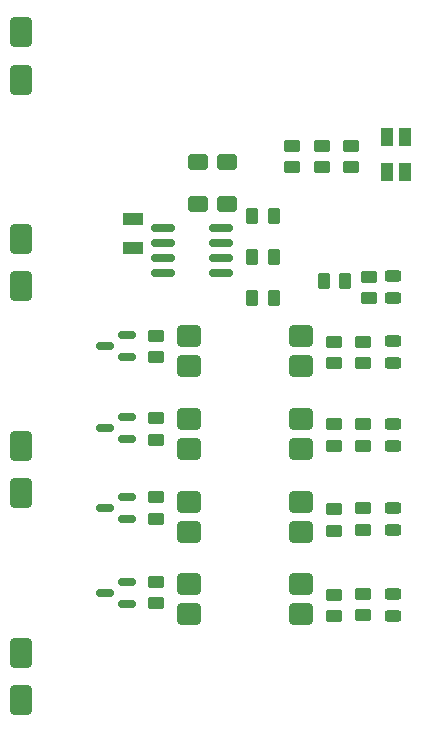
<source format=gbr>
%TF.GenerationSoftware,KiCad,Pcbnew,9.0.1*%
%TF.CreationDate,2025-06-21T17:37:17+02:00*%
%TF.ProjectId,PicoLogger,5069636f-4c6f-4676-9765-722e6b696361,rev?*%
%TF.SameCoordinates,Original*%
%TF.FileFunction,Paste,Top*%
%TF.FilePolarity,Positive*%
%FSLAX46Y46*%
G04 Gerber Fmt 4.6, Leading zero omitted, Abs format (unit mm)*
G04 Created by KiCad (PCBNEW 9.0.1) date 2025-06-21 17:37:17*
%MOMM*%
%LPD*%
G01*
G04 APERTURE LIST*
G04 Aperture macros list*
%AMRoundRect*
0 Rectangle with rounded corners*
0 $1 Rounding radius*
0 $2 $3 $4 $5 $6 $7 $8 $9 X,Y pos of 4 corners*
0 Add a 4 corners polygon primitive as box body*
4,1,4,$2,$3,$4,$5,$6,$7,$8,$9,$2,$3,0*
0 Add four circle primitives for the rounded corners*
1,1,$1+$1,$2,$3*
1,1,$1+$1,$4,$5*
1,1,$1+$1,$6,$7*
1,1,$1+$1,$8,$9*
0 Add four rect primitives between the rounded corners*
20,1,$1+$1,$2,$3,$4,$5,0*
20,1,$1+$1,$4,$5,$6,$7,0*
20,1,$1+$1,$6,$7,$8,$9,0*
20,1,$1+$1,$8,$9,$2,$3,0*%
G04 Aperture macros list end*
%ADD10RoundRect,0.250000X0.262500X0.450000X-0.262500X0.450000X-0.262500X-0.450000X0.262500X-0.450000X0*%
%ADD11R,1.100000X1.500000*%
%ADD12RoundRect,0.250000X-0.450000X0.262500X-0.450000X-0.262500X0.450000X-0.262500X0.450000X0.262500X0*%
%ADD13RoundRect,0.250000X0.600000X-0.400000X0.600000X0.400000X-0.600000X0.400000X-0.600000X-0.400000X0*%
%ADD14RoundRect,0.250000X0.450000X-0.262500X0.450000X0.262500X-0.450000X0.262500X-0.450000X-0.262500X0*%
%ADD15RoundRect,0.243750X-0.456250X0.243750X-0.456250X-0.243750X0.456250X-0.243750X0.456250X0.243750X0*%
%ADD16RoundRect,0.250000X-0.262500X-0.450000X0.262500X-0.450000X0.262500X0.450000X-0.262500X0.450000X0*%
%ADD17RoundRect,0.250000X-0.650000X1.000000X-0.650000X-1.000000X0.650000X-1.000000X0.650000X1.000000X0*%
%ADD18RoundRect,0.249999X0.750001X0.640001X-0.750001X0.640001X-0.750001X-0.640001X0.750001X-0.640001X0*%
%ADD19RoundRect,0.150000X-0.825000X-0.150000X0.825000X-0.150000X0.825000X0.150000X-0.825000X0.150000X0*%
%ADD20RoundRect,0.150000X0.587500X0.150000X-0.587500X0.150000X-0.587500X-0.150000X0.587500X-0.150000X0*%
%ADD21R,1.800000X1.000000*%
%ADD22RoundRect,0.243750X0.456250X-0.243750X0.456250X0.243750X-0.456250X0.243750X-0.456250X-0.243750X0*%
G04 APERTURE END LIST*
D10*
%TO.C,R18*%
X155912500Y-72500000D03*
X154087500Y-72500000D03*
%TD*%
D11*
%TO.C,D5*%
X167000000Y-65825000D03*
X167000000Y-68825000D03*
X165500000Y-68825000D03*
X165500000Y-65825000D03*
%TD*%
D12*
%TO.C,R7*%
X162500000Y-66587500D03*
X162500000Y-68412500D03*
%TD*%
D13*
%TO.C,D10*%
X149500000Y-71500000D03*
X149500000Y-68000000D03*
%TD*%
D14*
%TO.C,R1*%
X163500000Y-85000000D03*
X163500000Y-83175000D03*
%TD*%
D15*
%TO.C,D3*%
X166000000Y-97270000D03*
X166000000Y-99145000D03*
%TD*%
D12*
%TO.C,R5*%
X157500000Y-66587500D03*
X157500000Y-68412500D03*
%TD*%
D16*
%TO.C,R19*%
X160175000Y-78000000D03*
X162000000Y-78000000D03*
%TD*%
D17*
%TO.C,D9*%
X134500000Y-109500000D03*
X134500000Y-113500000D03*
%TD*%
D14*
%TO.C,R15*%
X146000000Y-105325000D03*
X146000000Y-103500000D03*
%TD*%
%TO.C,R11*%
X161000000Y-106412500D03*
X161000000Y-104587500D03*
%TD*%
D18*
%TO.C,U3*%
X158265000Y-99270000D03*
X158265000Y-96730000D03*
X148735000Y-96730000D03*
X148735000Y-99270000D03*
%TD*%
D15*
%TO.C,D2*%
X166000000Y-90125000D03*
X166000000Y-92000000D03*
%TD*%
D14*
%TO.C,R13*%
X146000000Y-91500000D03*
X146000000Y-89675000D03*
%TD*%
D19*
%TO.C,U5*%
X146525000Y-73595000D03*
X146525000Y-74865000D03*
X146525000Y-76135000D03*
X146525000Y-77405000D03*
X151475000Y-77405000D03*
X151475000Y-76135000D03*
X151475000Y-74865000D03*
X151475000Y-73595000D03*
%TD*%
D18*
%TO.C,U2*%
X158265000Y-92270000D03*
X158265000Y-89730000D03*
X148735000Y-89730000D03*
X148735000Y-92270000D03*
%TD*%
D20*
%TO.C,Q1*%
X143500000Y-84500000D03*
X143500000Y-82600000D03*
X141625000Y-83550000D03*
%TD*%
D14*
%TO.C,R12*%
X146000000Y-84500000D03*
X146000000Y-82675000D03*
%TD*%
D18*
%TO.C,U1*%
X158265000Y-85270000D03*
X158265000Y-82730000D03*
X148735000Y-82730000D03*
X148735000Y-85270000D03*
%TD*%
D20*
%TO.C,Q4*%
X143500000Y-105400000D03*
X143500000Y-103500000D03*
X141625000Y-104450000D03*
%TD*%
%TO.C,Q2*%
X143500000Y-91450000D03*
X143500000Y-89550000D03*
X141625000Y-90500000D03*
%TD*%
D12*
%TO.C,R6*%
X160000000Y-66587500D03*
X160000000Y-68412500D03*
%TD*%
D15*
%TO.C,D4*%
X166000000Y-104500000D03*
X166000000Y-106375000D03*
%TD*%
D17*
%TO.C,D6*%
X134500000Y-57000000D03*
X134500000Y-61000000D03*
%TD*%
D14*
%TO.C,R14*%
X146000000Y-98182500D03*
X146000000Y-96357500D03*
%TD*%
%TO.C,R10*%
X161000000Y-99182500D03*
X161000000Y-97357500D03*
%TD*%
%TO.C,R8*%
X161000000Y-85000000D03*
X161000000Y-83175000D03*
%TD*%
D12*
%TO.C,R20*%
X164000000Y-77675000D03*
X164000000Y-79500000D03*
%TD*%
D15*
%TO.C,D1*%
X166000000Y-83150000D03*
X166000000Y-85025000D03*
%TD*%
D17*
%TO.C,D7*%
X134500000Y-74500000D03*
X134500000Y-78500000D03*
%TD*%
D14*
%TO.C,R2*%
X163500000Y-92000000D03*
X163500000Y-90175000D03*
%TD*%
%TO.C,R3*%
X163500000Y-99095000D03*
X163500000Y-97270000D03*
%TD*%
%TO.C,R9*%
X161000000Y-92000000D03*
X161000000Y-90175000D03*
%TD*%
D13*
%TO.C,D11*%
X152000000Y-71500000D03*
X152000000Y-68000000D03*
%TD*%
D21*
%TO.C,Y1*%
X144000000Y-75250000D03*
X144000000Y-72750000D03*
%TD*%
D10*
%TO.C,R17*%
X155912500Y-76000000D03*
X154087500Y-76000000D03*
%TD*%
D17*
%TO.C,D8*%
X134500000Y-92000000D03*
X134500000Y-96000000D03*
%TD*%
D14*
%TO.C,R4*%
X163500000Y-106325000D03*
X163500000Y-104500000D03*
%TD*%
D10*
%TO.C,R16*%
X155912500Y-79500000D03*
X154087500Y-79500000D03*
%TD*%
D22*
%TO.C,D12*%
X166000000Y-79500000D03*
X166000000Y-77625000D03*
%TD*%
D18*
%TO.C,U4*%
X158265000Y-106270000D03*
X158265000Y-103730000D03*
X148735000Y-103730000D03*
X148735000Y-106270000D03*
%TD*%
D20*
%TO.C,Q3*%
X143500000Y-98220000D03*
X143500000Y-96320000D03*
X141625000Y-97270000D03*
%TD*%
M02*

</source>
